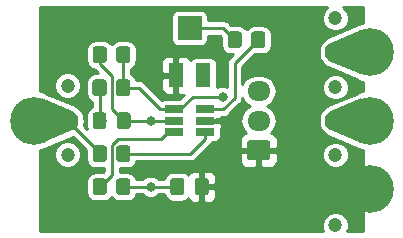
<source format=gbr>
%TF.GenerationSoftware,KiCad,Pcbnew,5.0.2+dfsg1-1*%
%TF.CreationDate,2021-04-27T11:46:40+02:00*%
%TF.ProjectId,eTprox,65547072-6f78-42e6-9b69-6361645f7063,v02*%
%TF.SameCoordinates,Original*%
%TF.FileFunction,Copper,L1,Top*%
%TF.FilePolarity,Positive*%
%FSLAX46Y46*%
G04 Gerber Fmt 4.6, Leading zero omitted, Abs format (unit mm)*
G04 Created by KiCad (PCBNEW 5.0.2+dfsg1-1) date mar. 27 avril 2021 11:46:40 CEST*
%MOMM*%
%LPD*%
G01*
G04 APERTURE LIST*
%TA.AperFunction,Conductor*%
%ADD10C,0.100000*%
%TD*%
%TA.AperFunction,ComponentPad*%
%ADD11C,1.700000*%
%TD*%
%TA.AperFunction,ComponentPad*%
%ADD12O,1.950000X1.700000*%
%TD*%
%TA.AperFunction,ComponentPad*%
%ADD13C,1.200000*%
%TD*%
%TA.AperFunction,ComponentPad*%
%ADD14O,4.050000X4.050000*%
%TD*%
%TA.AperFunction,ComponentPad*%
%ADD15C,1.770000*%
%TD*%
%TA.AperFunction,SMDPad,CuDef*%
%ADD16R,1.300000X2.000000*%
%TD*%
%TA.AperFunction,SMDPad,CuDef*%
%ADD17R,2.000000X2.000000*%
%TD*%
%TA.AperFunction,SMDPad,CuDef*%
%ADD18R,1.560000X0.650000*%
%TD*%
%TA.AperFunction,SMDPad,CuDef*%
%ADD19C,1.150000*%
%TD*%
%TA.AperFunction,SMDPad,CuDef*%
%ADD20C,1.175000*%
%TD*%
%TA.AperFunction,SMDPad,CuDef*%
%ADD21C,1.200000*%
%TD*%
%TA.AperFunction,ViaPad*%
%ADD22C,0.800000*%
%TD*%
%TA.AperFunction,Conductor*%
%ADD23C,0.250000*%
%TD*%
%TA.AperFunction,Conductor*%
%ADD24C,0.254000*%
%TD*%
G04 APERTURE END LIST*
D10*
%TO.N,GND*%
%TO.C,J2*%
G36*
X80591504Y-69651204D02*
X80615773Y-69654804D01*
X80639571Y-69660765D01*
X80662671Y-69669030D01*
X80684849Y-69679520D01*
X80705893Y-69692133D01*
X80725598Y-69706747D01*
X80743777Y-69723223D01*
X80760253Y-69741402D01*
X80774867Y-69761107D01*
X80787480Y-69782151D01*
X80797970Y-69804329D01*
X80806235Y-69827429D01*
X80812196Y-69851227D01*
X80815796Y-69875496D01*
X80817000Y-69900000D01*
X80817000Y-71100000D01*
X80815796Y-71124504D01*
X80812196Y-71148773D01*
X80806235Y-71172571D01*
X80797970Y-71195671D01*
X80787480Y-71217849D01*
X80774867Y-71238893D01*
X80760253Y-71258598D01*
X80743777Y-71276777D01*
X80725598Y-71293253D01*
X80705893Y-71307867D01*
X80684849Y-71320480D01*
X80662671Y-71330970D01*
X80639571Y-71339235D01*
X80615773Y-71345196D01*
X80591504Y-71348796D01*
X80567000Y-71350000D01*
X79117000Y-71350000D01*
X79092496Y-71348796D01*
X79068227Y-71345196D01*
X79044429Y-71339235D01*
X79021329Y-71330970D01*
X78999151Y-71320480D01*
X78978107Y-71307867D01*
X78958402Y-71293253D01*
X78940223Y-71276777D01*
X78923747Y-71258598D01*
X78909133Y-71238893D01*
X78896520Y-71217849D01*
X78886030Y-71195671D01*
X78877765Y-71172571D01*
X78871804Y-71148773D01*
X78868204Y-71124504D01*
X78867000Y-71100000D01*
X78867000Y-69900000D01*
X78868204Y-69875496D01*
X78871804Y-69851227D01*
X78877765Y-69827429D01*
X78886030Y-69804329D01*
X78896520Y-69782151D01*
X78909133Y-69761107D01*
X78923747Y-69741402D01*
X78940223Y-69723223D01*
X78958402Y-69706747D01*
X78978107Y-69692133D01*
X78999151Y-69679520D01*
X79021329Y-69669030D01*
X79044429Y-69660765D01*
X79068227Y-69654804D01*
X79092496Y-69651204D01*
X79117000Y-69650000D01*
X80567000Y-69650000D01*
X80591504Y-69651204D01*
X80591504Y-69651204D01*
G37*
D11*
%TD*%
%TO.P,J2,1*%
%TO.N,GND*%
X79842000Y-70500000D03*
D12*
%TO.P,J2,2*%
%TO.N,SIG*%
X79842000Y-68000000D03*
%TO.P,J2,3*%
%TO.N,VCC*%
X79842000Y-65500000D03*
%TD*%
D13*
%TO.P,Antenna,5*%
%TO.N,N/C*%
X63692000Y-70878000D03*
X63692000Y-65036000D03*
D14*
%TO.P,Antenna,1*%
%TO.N,Net-(Antenna1-Pad1)*%
X60792000Y-68000000D03*
D15*
X63692000Y-68000000D03*
D10*
%TD*%
%TO.N,Net-(Antenna1-Pad1)*%
%TO.C,Antenna*%
G36*
X61443441Y-66172868D02*
X61447709Y-66158799D01*
X61454640Y-66145832D01*
X61463967Y-66134467D01*
X61475332Y-66125140D01*
X61488299Y-66118209D01*
X61502368Y-66113941D01*
X61517000Y-66112500D01*
X61531632Y-66113941D01*
X61546544Y-66118564D01*
X64053571Y-67193004D01*
X64070386Y-67199969D01*
X64072666Y-67201188D01*
X64084044Y-67206064D01*
X64096925Y-67213152D01*
X64100191Y-67215900D01*
X64146981Y-67240910D01*
X64219194Y-67289161D01*
X64286330Y-67344258D01*
X64347742Y-67405670D01*
X64402839Y-67472806D01*
X64451090Y-67545019D01*
X64492031Y-67621614D01*
X64525266Y-67701852D01*
X64550478Y-67784963D01*
X64567421Y-67870144D01*
X64575934Y-67956575D01*
X64575934Y-68043425D01*
X64567421Y-68129856D01*
X64550478Y-68215037D01*
X64525266Y-68298148D01*
X64492031Y-68378386D01*
X64451090Y-68454981D01*
X64402839Y-68527194D01*
X64347742Y-68594330D01*
X64286330Y-68655742D01*
X64219194Y-68710839D01*
X64146981Y-68759090D01*
X64100045Y-68784178D01*
X64096168Y-68787360D01*
X64084044Y-68793936D01*
X64072666Y-68798812D01*
X64070386Y-68800031D01*
X64053571Y-68806996D01*
X61546544Y-69881436D01*
X61532528Y-69885875D01*
X61517914Y-69887494D01*
X61503266Y-69886232D01*
X61489146Y-69882136D01*
X61476096Y-69875364D01*
X61464618Y-69866176D01*
X61455152Y-69854925D01*
X61448064Y-69842044D01*
X61443625Y-69828028D01*
X61442000Y-69812500D01*
X61442000Y-66187500D01*
X61443441Y-66172868D01*
X61443441Y-66172868D01*
G37*
D16*
%TO.P,RV1,1*%
%TO.N,VCC*%
X75150000Y-64158000D03*
D17*
%TO.P,RV1,2*%
%TO.N,Net-(R4-Pad1)*%
X74000000Y-60158000D03*
D16*
%TO.P,RV1,3*%
%TO.N,GND*%
X72850000Y-64158000D03*
%TD*%
D15*
%TO.P,J1,3*%
%TO.N,GND*%
X86340000Y-73800000D03*
D10*
%TD*%
%TO.N,GND*%
%TO.C,J1*%
G36*
X88588559Y-75627132D02*
X88584291Y-75641201D01*
X88577360Y-75654168D01*
X88568033Y-75665533D01*
X88556668Y-75674860D01*
X88543701Y-75681791D01*
X88529632Y-75686059D01*
X88515000Y-75687500D01*
X88500368Y-75686059D01*
X88485456Y-75681436D01*
X85978429Y-74606996D01*
X85961614Y-74600031D01*
X85959334Y-74598812D01*
X85947956Y-74593936D01*
X85935075Y-74586848D01*
X85931809Y-74584100D01*
X85885019Y-74559090D01*
X85812806Y-74510839D01*
X85745670Y-74455742D01*
X85684258Y-74394330D01*
X85629161Y-74327194D01*
X85580910Y-74254981D01*
X85539969Y-74178386D01*
X85506734Y-74098148D01*
X85481522Y-74015037D01*
X85464579Y-73929856D01*
X85456066Y-73843425D01*
X85456066Y-73756575D01*
X85464579Y-73670144D01*
X85481522Y-73584963D01*
X85506734Y-73501852D01*
X85539969Y-73421614D01*
X85580910Y-73345019D01*
X85629161Y-73272806D01*
X85684258Y-73205670D01*
X85745670Y-73144258D01*
X85812806Y-73089161D01*
X85885019Y-73040910D01*
X85931955Y-73015822D01*
X85935832Y-73012640D01*
X85947956Y-73006064D01*
X85959334Y-73001188D01*
X85961614Y-72999969D01*
X85978429Y-72993004D01*
X88485456Y-71918564D01*
X88499472Y-71914125D01*
X88514086Y-71912506D01*
X88528734Y-71913768D01*
X88542854Y-71917864D01*
X88555904Y-71924636D01*
X88567382Y-71933824D01*
X88576848Y-71945075D01*
X88583936Y-71957956D01*
X88588375Y-71971972D01*
X88590000Y-71987500D01*
X88590000Y-75612500D01*
X88588559Y-75627132D01*
X88588559Y-75627132D01*
G37*
D15*
%TO.P,J1,2*%
%TO.N,SIG*%
X86340000Y-68000000D03*
D10*
%TD*%
%TO.N,SIG*%
%TO.C,J1*%
G36*
X88588559Y-69827132D02*
X88584291Y-69841201D01*
X88577360Y-69854168D01*
X88568033Y-69865533D01*
X88556668Y-69874860D01*
X88543701Y-69881791D01*
X88529632Y-69886059D01*
X88515000Y-69887500D01*
X88500368Y-69886059D01*
X88485456Y-69881436D01*
X85978429Y-68806996D01*
X85961614Y-68800031D01*
X85959334Y-68798812D01*
X85947956Y-68793936D01*
X85935075Y-68786848D01*
X85931809Y-68784100D01*
X85885019Y-68759090D01*
X85812806Y-68710839D01*
X85745670Y-68655742D01*
X85684258Y-68594330D01*
X85629161Y-68527194D01*
X85580910Y-68454981D01*
X85539969Y-68378386D01*
X85506734Y-68298148D01*
X85481522Y-68215037D01*
X85464579Y-68129856D01*
X85456066Y-68043425D01*
X85456066Y-67956575D01*
X85464579Y-67870144D01*
X85481522Y-67784963D01*
X85506734Y-67701852D01*
X85539969Y-67621614D01*
X85580910Y-67545019D01*
X85629161Y-67472806D01*
X85684258Y-67405670D01*
X85745670Y-67344258D01*
X85812806Y-67289161D01*
X85885019Y-67240910D01*
X85931955Y-67215822D01*
X85935832Y-67212640D01*
X85947956Y-67206064D01*
X85959334Y-67201188D01*
X85961614Y-67199969D01*
X85978429Y-67193004D01*
X88485456Y-66118564D01*
X88499472Y-66114125D01*
X88514086Y-66112506D01*
X88528734Y-66113768D01*
X88542854Y-66117864D01*
X88555904Y-66124636D01*
X88567382Y-66133824D01*
X88576848Y-66145075D01*
X88583936Y-66157956D01*
X88588375Y-66171972D01*
X88590000Y-66187500D01*
X88590000Y-69812500D01*
X88588559Y-69827132D01*
X88588559Y-69827132D01*
G37*
D15*
%TO.P,J1,1*%
%TO.N,VCC*%
X86340000Y-62200000D03*
D10*
%TD*%
%TO.N,VCC*%
%TO.C,J1*%
G36*
X88588559Y-64027132D02*
X88584291Y-64041201D01*
X88577360Y-64054168D01*
X88568033Y-64065533D01*
X88556668Y-64074860D01*
X88543701Y-64081791D01*
X88529632Y-64086059D01*
X88515000Y-64087500D01*
X88500368Y-64086059D01*
X88485456Y-64081436D01*
X85978429Y-63006996D01*
X85961614Y-63000031D01*
X85959334Y-62998812D01*
X85947956Y-62993936D01*
X85935075Y-62986848D01*
X85931809Y-62984100D01*
X85885019Y-62959090D01*
X85812806Y-62910839D01*
X85745670Y-62855742D01*
X85684258Y-62794330D01*
X85629161Y-62727194D01*
X85580910Y-62654981D01*
X85539969Y-62578386D01*
X85506734Y-62498148D01*
X85481522Y-62415037D01*
X85464579Y-62329856D01*
X85456066Y-62243425D01*
X85456066Y-62156575D01*
X85464579Y-62070144D01*
X85481522Y-61984963D01*
X85506734Y-61901852D01*
X85539969Y-61821614D01*
X85580910Y-61745019D01*
X85629161Y-61672806D01*
X85684258Y-61605670D01*
X85745670Y-61544258D01*
X85812806Y-61489161D01*
X85885019Y-61440910D01*
X85931955Y-61415822D01*
X85935832Y-61412640D01*
X85947956Y-61406064D01*
X85959334Y-61401188D01*
X85961614Y-61399969D01*
X85978429Y-61393004D01*
X88485456Y-60318564D01*
X88499472Y-60314125D01*
X88514086Y-60312506D01*
X88528734Y-60313768D01*
X88542854Y-60317864D01*
X88555904Y-60324636D01*
X88567382Y-60333824D01*
X88576848Y-60345075D01*
X88583936Y-60357956D01*
X88588375Y-60371972D01*
X88590000Y-60387500D01*
X88590000Y-64012500D01*
X88588559Y-64027132D01*
X88588559Y-64027132D01*
G37*
D14*
%TO.P,J1,2*%
%TO.N,SIG*%
X89240000Y-68000000D03*
%TO.P,J1,3*%
%TO.N,GND*%
X89240000Y-73800000D03*
%TO.P,J1,1*%
%TO.N,VCC*%
X89240000Y-62200000D03*
D13*
%TO.P,J1,5*%
%TO.N,N/C*%
X86340000Y-70900000D03*
X86340000Y-65164000D03*
X86340000Y-76848000D03*
X86340000Y-59322000D03*
%TD*%
D18*
%TO.P,U1,1*%
%TO.N,Net-(R3-Pad2)*%
X75350000Y-68950000D03*
%TO.P,U1,2*%
%TO.N,GND*%
X75350000Y-68000000D03*
%TO.P,U1,3*%
%TO.N,Net-(R4-Pad2)*%
X75350000Y-67050000D03*
%TO.P,U1,4*%
%TO.N,SIG*%
X72650000Y-67050000D03*
%TO.P,U1,6*%
%TO.N,Net-(R5-Pad1)*%
X72650000Y-68950000D03*
%TO.P,U1,5*%
%TO.N,VCC*%
X72650000Y-68000000D03*
%TD*%
D10*
%TO.N,VCC*%
%TO.C,D1*%
G36*
X68779505Y-67301204D02*
X68803773Y-67304804D01*
X68827572Y-67310765D01*
X68850671Y-67319030D01*
X68872850Y-67329520D01*
X68893893Y-67342132D01*
X68913599Y-67356747D01*
X68931777Y-67373223D01*
X68948253Y-67391401D01*
X68962868Y-67411107D01*
X68975480Y-67432150D01*
X68985970Y-67454329D01*
X68994235Y-67477428D01*
X69000196Y-67501227D01*
X69003796Y-67525495D01*
X69005000Y-67549999D01*
X69005000Y-68450001D01*
X69003796Y-68474505D01*
X69000196Y-68498773D01*
X68994235Y-68522572D01*
X68985970Y-68545671D01*
X68975480Y-68567850D01*
X68962868Y-68588893D01*
X68948253Y-68608599D01*
X68931777Y-68626777D01*
X68913599Y-68643253D01*
X68893893Y-68657868D01*
X68872850Y-68670480D01*
X68850671Y-68680970D01*
X68827572Y-68689235D01*
X68803773Y-68695196D01*
X68779505Y-68698796D01*
X68755001Y-68700000D01*
X68104999Y-68700000D01*
X68080495Y-68698796D01*
X68056227Y-68695196D01*
X68032428Y-68689235D01*
X68009329Y-68680970D01*
X67987150Y-68670480D01*
X67966107Y-68657868D01*
X67946401Y-68643253D01*
X67928223Y-68626777D01*
X67911747Y-68608599D01*
X67897132Y-68588893D01*
X67884520Y-68567850D01*
X67874030Y-68545671D01*
X67865765Y-68522572D01*
X67859804Y-68498773D01*
X67856204Y-68474505D01*
X67855000Y-68450001D01*
X67855000Y-67549999D01*
X67856204Y-67525495D01*
X67859804Y-67501227D01*
X67865765Y-67477428D01*
X67874030Y-67454329D01*
X67884520Y-67432150D01*
X67897132Y-67411107D01*
X67911747Y-67391401D01*
X67928223Y-67373223D01*
X67946401Y-67356747D01*
X67966107Y-67342132D01*
X67987150Y-67329520D01*
X68009329Y-67319030D01*
X68032428Y-67310765D01*
X68056227Y-67304804D01*
X68080495Y-67301204D01*
X68104999Y-67300000D01*
X68755001Y-67300000D01*
X68779505Y-67301204D01*
X68779505Y-67301204D01*
G37*
D19*
%TD*%
%TO.P,D1,1*%
%TO.N,VCC*%
X68430000Y-68000000D03*
D10*
%TO.N,Net-(D1-Pad2)*%
%TO.C,D1*%
G36*
X66729505Y-67301204D02*
X66753773Y-67304804D01*
X66777572Y-67310765D01*
X66800671Y-67319030D01*
X66822850Y-67329520D01*
X66843893Y-67342132D01*
X66863599Y-67356747D01*
X66881777Y-67373223D01*
X66898253Y-67391401D01*
X66912868Y-67411107D01*
X66925480Y-67432150D01*
X66935970Y-67454329D01*
X66944235Y-67477428D01*
X66950196Y-67501227D01*
X66953796Y-67525495D01*
X66955000Y-67549999D01*
X66955000Y-68450001D01*
X66953796Y-68474505D01*
X66950196Y-68498773D01*
X66944235Y-68522572D01*
X66935970Y-68545671D01*
X66925480Y-68567850D01*
X66912868Y-68588893D01*
X66898253Y-68608599D01*
X66881777Y-68626777D01*
X66863599Y-68643253D01*
X66843893Y-68657868D01*
X66822850Y-68670480D01*
X66800671Y-68680970D01*
X66777572Y-68689235D01*
X66753773Y-68695196D01*
X66729505Y-68698796D01*
X66705001Y-68700000D01*
X66054999Y-68700000D01*
X66030495Y-68698796D01*
X66006227Y-68695196D01*
X65982428Y-68689235D01*
X65959329Y-68680970D01*
X65937150Y-68670480D01*
X65916107Y-68657868D01*
X65896401Y-68643253D01*
X65878223Y-68626777D01*
X65861747Y-68608599D01*
X65847132Y-68588893D01*
X65834520Y-68567850D01*
X65824030Y-68545671D01*
X65815765Y-68522572D01*
X65809804Y-68498773D01*
X65806204Y-68474505D01*
X65805000Y-68450001D01*
X65805000Y-67549999D01*
X65806204Y-67525495D01*
X65809804Y-67501227D01*
X65815765Y-67477428D01*
X65824030Y-67454329D01*
X65834520Y-67432150D01*
X65847132Y-67411107D01*
X65861747Y-67391401D01*
X65878223Y-67373223D01*
X65896401Y-67356747D01*
X65916107Y-67342132D01*
X65937150Y-67329520D01*
X65959329Y-67319030D01*
X65982428Y-67310765D01*
X66006227Y-67304804D01*
X66030495Y-67301204D01*
X66054999Y-67300000D01*
X66705001Y-67300000D01*
X66729505Y-67301204D01*
X66729505Y-67301204D01*
G37*
D19*
%TD*%
%TO.P,D1,2*%
%TO.N,Net-(D1-Pad2)*%
X66380000Y-68000000D03*
D10*
%TO.N,VCC*%
%TO.C,C1*%
G36*
X73324504Y-72864204D02*
X73348773Y-72867804D01*
X73372571Y-72873765D01*
X73395671Y-72882030D01*
X73417849Y-72892520D01*
X73438893Y-72905133D01*
X73458598Y-72919747D01*
X73476777Y-72936223D01*
X73493253Y-72954402D01*
X73507867Y-72974107D01*
X73520480Y-72995151D01*
X73530970Y-73017329D01*
X73539235Y-73040429D01*
X73545196Y-73064227D01*
X73548796Y-73088496D01*
X73550000Y-73113000D01*
X73550000Y-74063000D01*
X73548796Y-74087504D01*
X73545196Y-74111773D01*
X73539235Y-74135571D01*
X73530970Y-74158671D01*
X73520480Y-74180849D01*
X73507867Y-74201893D01*
X73493253Y-74221598D01*
X73476777Y-74239777D01*
X73458598Y-74256253D01*
X73438893Y-74270867D01*
X73417849Y-74283480D01*
X73395671Y-74293970D01*
X73372571Y-74302235D01*
X73348773Y-74308196D01*
X73324504Y-74311796D01*
X73300000Y-74313000D01*
X72625000Y-74313000D01*
X72600496Y-74311796D01*
X72576227Y-74308196D01*
X72552429Y-74302235D01*
X72529329Y-74293970D01*
X72507151Y-74283480D01*
X72486107Y-74270867D01*
X72466402Y-74256253D01*
X72448223Y-74239777D01*
X72431747Y-74221598D01*
X72417133Y-74201893D01*
X72404520Y-74180849D01*
X72394030Y-74158671D01*
X72385765Y-74135571D01*
X72379804Y-74111773D01*
X72376204Y-74087504D01*
X72375000Y-74063000D01*
X72375000Y-73113000D01*
X72376204Y-73088496D01*
X72379804Y-73064227D01*
X72385765Y-73040429D01*
X72394030Y-73017329D01*
X72404520Y-72995151D01*
X72417133Y-72974107D01*
X72431747Y-72954402D01*
X72448223Y-72936223D01*
X72466402Y-72919747D01*
X72486107Y-72905133D01*
X72507151Y-72892520D01*
X72529329Y-72882030D01*
X72552429Y-72873765D01*
X72576227Y-72867804D01*
X72600496Y-72864204D01*
X72625000Y-72863000D01*
X73300000Y-72863000D01*
X73324504Y-72864204D01*
X73324504Y-72864204D01*
G37*
D20*
%TD*%
%TO.P,C1,1*%
%TO.N,VCC*%
X72962500Y-73588000D03*
D10*
%TO.N,GND*%
%TO.C,C1*%
G36*
X75399504Y-72864204D02*
X75423773Y-72867804D01*
X75447571Y-72873765D01*
X75470671Y-72882030D01*
X75492849Y-72892520D01*
X75513893Y-72905133D01*
X75533598Y-72919747D01*
X75551777Y-72936223D01*
X75568253Y-72954402D01*
X75582867Y-72974107D01*
X75595480Y-72995151D01*
X75605970Y-73017329D01*
X75614235Y-73040429D01*
X75620196Y-73064227D01*
X75623796Y-73088496D01*
X75625000Y-73113000D01*
X75625000Y-74063000D01*
X75623796Y-74087504D01*
X75620196Y-74111773D01*
X75614235Y-74135571D01*
X75605970Y-74158671D01*
X75595480Y-74180849D01*
X75582867Y-74201893D01*
X75568253Y-74221598D01*
X75551777Y-74239777D01*
X75533598Y-74256253D01*
X75513893Y-74270867D01*
X75492849Y-74283480D01*
X75470671Y-74293970D01*
X75447571Y-74302235D01*
X75423773Y-74308196D01*
X75399504Y-74311796D01*
X75375000Y-74313000D01*
X74700000Y-74313000D01*
X74675496Y-74311796D01*
X74651227Y-74308196D01*
X74627429Y-74302235D01*
X74604329Y-74293970D01*
X74582151Y-74283480D01*
X74561107Y-74270867D01*
X74541402Y-74256253D01*
X74523223Y-74239777D01*
X74506747Y-74221598D01*
X74492133Y-74201893D01*
X74479520Y-74180849D01*
X74469030Y-74158671D01*
X74460765Y-74135571D01*
X74454804Y-74111773D01*
X74451204Y-74087504D01*
X74450000Y-74063000D01*
X74450000Y-73113000D01*
X74451204Y-73088496D01*
X74454804Y-73064227D01*
X74460765Y-73040429D01*
X74469030Y-73017329D01*
X74479520Y-72995151D01*
X74492133Y-72974107D01*
X74506747Y-72954402D01*
X74523223Y-72936223D01*
X74541402Y-72919747D01*
X74561107Y-72905133D01*
X74582151Y-72892520D01*
X74604329Y-72882030D01*
X74627429Y-72873765D01*
X74651227Y-72867804D01*
X74675496Y-72864204D01*
X74700000Y-72863000D01*
X75375000Y-72863000D01*
X75399504Y-72864204D01*
X75399504Y-72864204D01*
G37*
D20*
%TD*%
%TO.P,C1,2*%
%TO.N,GND*%
X75037500Y-73588000D03*
D10*
%TO.N,VCC*%
%TO.C,R7*%
G36*
X66770505Y-61713204D02*
X66794773Y-61716804D01*
X66818572Y-61722765D01*
X66841671Y-61731030D01*
X66863850Y-61741520D01*
X66884893Y-61754132D01*
X66904599Y-61768747D01*
X66922777Y-61785223D01*
X66939253Y-61803401D01*
X66953868Y-61823107D01*
X66966480Y-61844150D01*
X66976970Y-61866329D01*
X66985235Y-61889428D01*
X66991196Y-61913227D01*
X66994796Y-61937495D01*
X66996000Y-61961999D01*
X66996000Y-62862001D01*
X66994796Y-62886505D01*
X66991196Y-62910773D01*
X66985235Y-62934572D01*
X66976970Y-62957671D01*
X66966480Y-62979850D01*
X66953868Y-63000893D01*
X66939253Y-63020599D01*
X66922777Y-63038777D01*
X66904599Y-63055253D01*
X66884893Y-63069868D01*
X66863850Y-63082480D01*
X66841671Y-63092970D01*
X66818572Y-63101235D01*
X66794773Y-63107196D01*
X66770505Y-63110796D01*
X66746001Y-63112000D01*
X66045999Y-63112000D01*
X66021495Y-63110796D01*
X65997227Y-63107196D01*
X65973428Y-63101235D01*
X65950329Y-63092970D01*
X65928150Y-63082480D01*
X65907107Y-63069868D01*
X65887401Y-63055253D01*
X65869223Y-63038777D01*
X65852747Y-63020599D01*
X65838132Y-63000893D01*
X65825520Y-62979850D01*
X65815030Y-62957671D01*
X65806765Y-62934572D01*
X65800804Y-62910773D01*
X65797204Y-62886505D01*
X65796000Y-62862001D01*
X65796000Y-61961999D01*
X65797204Y-61937495D01*
X65800804Y-61913227D01*
X65806765Y-61889428D01*
X65815030Y-61866329D01*
X65825520Y-61844150D01*
X65838132Y-61823107D01*
X65852747Y-61803401D01*
X65869223Y-61785223D01*
X65887401Y-61768747D01*
X65907107Y-61754132D01*
X65928150Y-61741520D01*
X65950329Y-61731030D01*
X65973428Y-61722765D01*
X65997227Y-61716804D01*
X66021495Y-61713204D01*
X66045999Y-61712000D01*
X66746001Y-61712000D01*
X66770505Y-61713204D01*
X66770505Y-61713204D01*
G37*
D21*
%TD*%
%TO.P,R7,1*%
%TO.N,VCC*%
X66396000Y-62412000D03*
D10*
%TO.N,SIG*%
%TO.C,R7*%
G36*
X68770505Y-61713204D02*
X68794773Y-61716804D01*
X68818572Y-61722765D01*
X68841671Y-61731030D01*
X68863850Y-61741520D01*
X68884893Y-61754132D01*
X68904599Y-61768747D01*
X68922777Y-61785223D01*
X68939253Y-61803401D01*
X68953868Y-61823107D01*
X68966480Y-61844150D01*
X68976970Y-61866329D01*
X68985235Y-61889428D01*
X68991196Y-61913227D01*
X68994796Y-61937495D01*
X68996000Y-61961999D01*
X68996000Y-62862001D01*
X68994796Y-62886505D01*
X68991196Y-62910773D01*
X68985235Y-62934572D01*
X68976970Y-62957671D01*
X68966480Y-62979850D01*
X68953868Y-63000893D01*
X68939253Y-63020599D01*
X68922777Y-63038777D01*
X68904599Y-63055253D01*
X68884893Y-63069868D01*
X68863850Y-63082480D01*
X68841671Y-63092970D01*
X68818572Y-63101235D01*
X68794773Y-63107196D01*
X68770505Y-63110796D01*
X68746001Y-63112000D01*
X68045999Y-63112000D01*
X68021495Y-63110796D01*
X67997227Y-63107196D01*
X67973428Y-63101235D01*
X67950329Y-63092970D01*
X67928150Y-63082480D01*
X67907107Y-63069868D01*
X67887401Y-63055253D01*
X67869223Y-63038777D01*
X67852747Y-63020599D01*
X67838132Y-63000893D01*
X67825520Y-62979850D01*
X67815030Y-62957671D01*
X67806765Y-62934572D01*
X67800804Y-62910773D01*
X67797204Y-62886505D01*
X67796000Y-62862001D01*
X67796000Y-61961999D01*
X67797204Y-61937495D01*
X67800804Y-61913227D01*
X67806765Y-61889428D01*
X67815030Y-61866329D01*
X67825520Y-61844150D01*
X67838132Y-61823107D01*
X67852747Y-61803401D01*
X67869223Y-61785223D01*
X67887401Y-61768747D01*
X67907107Y-61754132D01*
X67928150Y-61741520D01*
X67950329Y-61731030D01*
X67973428Y-61722765D01*
X67997227Y-61716804D01*
X68021495Y-61713204D01*
X68045999Y-61712000D01*
X68746001Y-61712000D01*
X68770505Y-61713204D01*
X68770505Y-61713204D01*
G37*
D21*
%TD*%
%TO.P,R7,2*%
%TO.N,SIG*%
X68396000Y-62412000D03*
D10*
%TO.N,SIG*%
%TO.C,R6*%
G36*
X68754505Y-64507204D02*
X68778773Y-64510804D01*
X68802572Y-64516765D01*
X68825671Y-64525030D01*
X68847850Y-64535520D01*
X68868893Y-64548132D01*
X68888599Y-64562747D01*
X68906777Y-64579223D01*
X68923253Y-64597401D01*
X68937868Y-64617107D01*
X68950480Y-64638150D01*
X68960970Y-64660329D01*
X68969235Y-64683428D01*
X68975196Y-64707227D01*
X68978796Y-64731495D01*
X68980000Y-64755999D01*
X68980000Y-65656001D01*
X68978796Y-65680505D01*
X68975196Y-65704773D01*
X68969235Y-65728572D01*
X68960970Y-65751671D01*
X68950480Y-65773850D01*
X68937868Y-65794893D01*
X68923253Y-65814599D01*
X68906777Y-65832777D01*
X68888599Y-65849253D01*
X68868893Y-65863868D01*
X68847850Y-65876480D01*
X68825671Y-65886970D01*
X68802572Y-65895235D01*
X68778773Y-65901196D01*
X68754505Y-65904796D01*
X68730001Y-65906000D01*
X68029999Y-65906000D01*
X68005495Y-65904796D01*
X67981227Y-65901196D01*
X67957428Y-65895235D01*
X67934329Y-65886970D01*
X67912150Y-65876480D01*
X67891107Y-65863868D01*
X67871401Y-65849253D01*
X67853223Y-65832777D01*
X67836747Y-65814599D01*
X67822132Y-65794893D01*
X67809520Y-65773850D01*
X67799030Y-65751671D01*
X67790765Y-65728572D01*
X67784804Y-65704773D01*
X67781204Y-65680505D01*
X67780000Y-65656001D01*
X67780000Y-64755999D01*
X67781204Y-64731495D01*
X67784804Y-64707227D01*
X67790765Y-64683428D01*
X67799030Y-64660329D01*
X67809520Y-64638150D01*
X67822132Y-64617107D01*
X67836747Y-64597401D01*
X67853223Y-64579223D01*
X67871401Y-64562747D01*
X67891107Y-64548132D01*
X67912150Y-64535520D01*
X67934329Y-64525030D01*
X67957428Y-64516765D01*
X67981227Y-64510804D01*
X68005495Y-64507204D01*
X68029999Y-64506000D01*
X68730001Y-64506000D01*
X68754505Y-64507204D01*
X68754505Y-64507204D01*
G37*
D21*
%TD*%
%TO.P,R6,2*%
%TO.N,SIG*%
X68380000Y-65206000D03*
D10*
%TO.N,Net-(D1-Pad2)*%
%TO.C,R6*%
G36*
X66754505Y-64507204D02*
X66778773Y-64510804D01*
X66802572Y-64516765D01*
X66825671Y-64525030D01*
X66847850Y-64535520D01*
X66868893Y-64548132D01*
X66888599Y-64562747D01*
X66906777Y-64579223D01*
X66923253Y-64597401D01*
X66937868Y-64617107D01*
X66950480Y-64638150D01*
X66960970Y-64660329D01*
X66969235Y-64683428D01*
X66975196Y-64707227D01*
X66978796Y-64731495D01*
X66980000Y-64755999D01*
X66980000Y-65656001D01*
X66978796Y-65680505D01*
X66975196Y-65704773D01*
X66969235Y-65728572D01*
X66960970Y-65751671D01*
X66950480Y-65773850D01*
X66937868Y-65794893D01*
X66923253Y-65814599D01*
X66906777Y-65832777D01*
X66888599Y-65849253D01*
X66868893Y-65863868D01*
X66847850Y-65876480D01*
X66825671Y-65886970D01*
X66802572Y-65895235D01*
X66778773Y-65901196D01*
X66754505Y-65904796D01*
X66730001Y-65906000D01*
X66029999Y-65906000D01*
X66005495Y-65904796D01*
X65981227Y-65901196D01*
X65957428Y-65895235D01*
X65934329Y-65886970D01*
X65912150Y-65876480D01*
X65891107Y-65863868D01*
X65871401Y-65849253D01*
X65853223Y-65832777D01*
X65836747Y-65814599D01*
X65822132Y-65794893D01*
X65809520Y-65773850D01*
X65799030Y-65751671D01*
X65790765Y-65728572D01*
X65784804Y-65704773D01*
X65781204Y-65680505D01*
X65780000Y-65656001D01*
X65780000Y-64755999D01*
X65781204Y-64731495D01*
X65784804Y-64707227D01*
X65790765Y-64683428D01*
X65799030Y-64660329D01*
X65809520Y-64638150D01*
X65822132Y-64617107D01*
X65836747Y-64597401D01*
X65853223Y-64579223D01*
X65871401Y-64562747D01*
X65891107Y-64548132D01*
X65912150Y-64535520D01*
X65934329Y-64525030D01*
X65957428Y-64516765D01*
X65981227Y-64510804D01*
X66005495Y-64507204D01*
X66029999Y-64506000D01*
X66730001Y-64506000D01*
X66754505Y-64507204D01*
X66754505Y-64507204D01*
G37*
D21*
%TD*%
%TO.P,R6,1*%
%TO.N,Net-(D1-Pad2)*%
X66380000Y-65206000D03*
D10*
%TO.N,Net-(R5-Pad1)*%
%TO.C,R5*%
G36*
X66770505Y-72889204D02*
X66794773Y-72892804D01*
X66818572Y-72898765D01*
X66841671Y-72907030D01*
X66863850Y-72917520D01*
X66884893Y-72930132D01*
X66904599Y-72944747D01*
X66922777Y-72961223D01*
X66939253Y-72979401D01*
X66953868Y-72999107D01*
X66966480Y-73020150D01*
X66976970Y-73042329D01*
X66985235Y-73065428D01*
X66991196Y-73089227D01*
X66994796Y-73113495D01*
X66996000Y-73137999D01*
X66996000Y-74038001D01*
X66994796Y-74062505D01*
X66991196Y-74086773D01*
X66985235Y-74110572D01*
X66976970Y-74133671D01*
X66966480Y-74155850D01*
X66953868Y-74176893D01*
X66939253Y-74196599D01*
X66922777Y-74214777D01*
X66904599Y-74231253D01*
X66884893Y-74245868D01*
X66863850Y-74258480D01*
X66841671Y-74268970D01*
X66818572Y-74277235D01*
X66794773Y-74283196D01*
X66770505Y-74286796D01*
X66746001Y-74288000D01*
X66045999Y-74288000D01*
X66021495Y-74286796D01*
X65997227Y-74283196D01*
X65973428Y-74277235D01*
X65950329Y-74268970D01*
X65928150Y-74258480D01*
X65907107Y-74245868D01*
X65887401Y-74231253D01*
X65869223Y-74214777D01*
X65852747Y-74196599D01*
X65838132Y-74176893D01*
X65825520Y-74155850D01*
X65815030Y-74133671D01*
X65806765Y-74110572D01*
X65800804Y-74086773D01*
X65797204Y-74062505D01*
X65796000Y-74038001D01*
X65796000Y-73137999D01*
X65797204Y-73113495D01*
X65800804Y-73089227D01*
X65806765Y-73065428D01*
X65815030Y-73042329D01*
X65825520Y-73020150D01*
X65838132Y-72999107D01*
X65852747Y-72979401D01*
X65869223Y-72961223D01*
X65887401Y-72944747D01*
X65907107Y-72930132D01*
X65928150Y-72917520D01*
X65950329Y-72907030D01*
X65973428Y-72898765D01*
X65997227Y-72892804D01*
X66021495Y-72889204D01*
X66045999Y-72888000D01*
X66746001Y-72888000D01*
X66770505Y-72889204D01*
X66770505Y-72889204D01*
G37*
D21*
%TD*%
%TO.P,R5,1*%
%TO.N,Net-(R5-Pad1)*%
X66396000Y-73588000D03*
D10*
%TO.N,VCC*%
%TO.C,R5*%
G36*
X68770505Y-72889204D02*
X68794773Y-72892804D01*
X68818572Y-72898765D01*
X68841671Y-72907030D01*
X68863850Y-72917520D01*
X68884893Y-72930132D01*
X68904599Y-72944747D01*
X68922777Y-72961223D01*
X68939253Y-72979401D01*
X68953868Y-72999107D01*
X68966480Y-73020150D01*
X68976970Y-73042329D01*
X68985235Y-73065428D01*
X68991196Y-73089227D01*
X68994796Y-73113495D01*
X68996000Y-73137999D01*
X68996000Y-74038001D01*
X68994796Y-74062505D01*
X68991196Y-74086773D01*
X68985235Y-74110572D01*
X68976970Y-74133671D01*
X68966480Y-74155850D01*
X68953868Y-74176893D01*
X68939253Y-74196599D01*
X68922777Y-74214777D01*
X68904599Y-74231253D01*
X68884893Y-74245868D01*
X68863850Y-74258480D01*
X68841671Y-74268970D01*
X68818572Y-74277235D01*
X68794773Y-74283196D01*
X68770505Y-74286796D01*
X68746001Y-74288000D01*
X68045999Y-74288000D01*
X68021495Y-74286796D01*
X67997227Y-74283196D01*
X67973428Y-74277235D01*
X67950329Y-74268970D01*
X67928150Y-74258480D01*
X67907107Y-74245868D01*
X67887401Y-74231253D01*
X67869223Y-74214777D01*
X67852747Y-74196599D01*
X67838132Y-74176893D01*
X67825520Y-74155850D01*
X67815030Y-74133671D01*
X67806765Y-74110572D01*
X67800804Y-74086773D01*
X67797204Y-74062505D01*
X67796000Y-74038001D01*
X67796000Y-73137999D01*
X67797204Y-73113495D01*
X67800804Y-73089227D01*
X67806765Y-73065428D01*
X67815030Y-73042329D01*
X67825520Y-73020150D01*
X67838132Y-72999107D01*
X67852747Y-72979401D01*
X67869223Y-72961223D01*
X67887401Y-72944747D01*
X67907107Y-72930132D01*
X67928150Y-72917520D01*
X67950329Y-72907030D01*
X67973428Y-72898765D01*
X67997227Y-72892804D01*
X68021495Y-72889204D01*
X68045999Y-72888000D01*
X68746001Y-72888000D01*
X68770505Y-72889204D01*
X68770505Y-72889204D01*
G37*
D21*
%TD*%
%TO.P,R5,2*%
%TO.N,VCC*%
X68396000Y-73588000D03*
D10*
%TO.N,Net-(R4-Pad2)*%
%TO.C,R4*%
G36*
X80200505Y-60443204D02*
X80224773Y-60446804D01*
X80248572Y-60452765D01*
X80271671Y-60461030D01*
X80293850Y-60471520D01*
X80314893Y-60484132D01*
X80334599Y-60498747D01*
X80352777Y-60515223D01*
X80369253Y-60533401D01*
X80383868Y-60553107D01*
X80396480Y-60574150D01*
X80406970Y-60596329D01*
X80415235Y-60619428D01*
X80421196Y-60643227D01*
X80424796Y-60667495D01*
X80426000Y-60691999D01*
X80426000Y-61592001D01*
X80424796Y-61616505D01*
X80421196Y-61640773D01*
X80415235Y-61664572D01*
X80406970Y-61687671D01*
X80396480Y-61709850D01*
X80383868Y-61730893D01*
X80369253Y-61750599D01*
X80352777Y-61768777D01*
X80334599Y-61785253D01*
X80314893Y-61799868D01*
X80293850Y-61812480D01*
X80271671Y-61822970D01*
X80248572Y-61831235D01*
X80224773Y-61837196D01*
X80200505Y-61840796D01*
X80176001Y-61842000D01*
X79475999Y-61842000D01*
X79451495Y-61840796D01*
X79427227Y-61837196D01*
X79403428Y-61831235D01*
X79380329Y-61822970D01*
X79358150Y-61812480D01*
X79337107Y-61799868D01*
X79317401Y-61785253D01*
X79299223Y-61768777D01*
X79282747Y-61750599D01*
X79268132Y-61730893D01*
X79255520Y-61709850D01*
X79245030Y-61687671D01*
X79236765Y-61664572D01*
X79230804Y-61640773D01*
X79227204Y-61616505D01*
X79226000Y-61592001D01*
X79226000Y-60691999D01*
X79227204Y-60667495D01*
X79230804Y-60643227D01*
X79236765Y-60619428D01*
X79245030Y-60596329D01*
X79255520Y-60574150D01*
X79268132Y-60553107D01*
X79282747Y-60533401D01*
X79299223Y-60515223D01*
X79317401Y-60498747D01*
X79337107Y-60484132D01*
X79358150Y-60471520D01*
X79380329Y-60461030D01*
X79403428Y-60452765D01*
X79427227Y-60446804D01*
X79451495Y-60443204D01*
X79475999Y-60442000D01*
X80176001Y-60442000D01*
X80200505Y-60443204D01*
X80200505Y-60443204D01*
G37*
D21*
%TD*%
%TO.P,R4,2*%
%TO.N,Net-(R4-Pad2)*%
X79826000Y-61142000D03*
D10*
%TO.N,Net-(R4-Pad1)*%
%TO.C,R4*%
G36*
X78200505Y-60443204D02*
X78224773Y-60446804D01*
X78248572Y-60452765D01*
X78271671Y-60461030D01*
X78293850Y-60471520D01*
X78314893Y-60484132D01*
X78334599Y-60498747D01*
X78352777Y-60515223D01*
X78369253Y-60533401D01*
X78383868Y-60553107D01*
X78396480Y-60574150D01*
X78406970Y-60596329D01*
X78415235Y-60619428D01*
X78421196Y-60643227D01*
X78424796Y-60667495D01*
X78426000Y-60691999D01*
X78426000Y-61592001D01*
X78424796Y-61616505D01*
X78421196Y-61640773D01*
X78415235Y-61664572D01*
X78406970Y-61687671D01*
X78396480Y-61709850D01*
X78383868Y-61730893D01*
X78369253Y-61750599D01*
X78352777Y-61768777D01*
X78334599Y-61785253D01*
X78314893Y-61799868D01*
X78293850Y-61812480D01*
X78271671Y-61822970D01*
X78248572Y-61831235D01*
X78224773Y-61837196D01*
X78200505Y-61840796D01*
X78176001Y-61842000D01*
X77475999Y-61842000D01*
X77451495Y-61840796D01*
X77427227Y-61837196D01*
X77403428Y-61831235D01*
X77380329Y-61822970D01*
X77358150Y-61812480D01*
X77337107Y-61799868D01*
X77317401Y-61785253D01*
X77299223Y-61768777D01*
X77282747Y-61750599D01*
X77268132Y-61730893D01*
X77255520Y-61709850D01*
X77245030Y-61687671D01*
X77236765Y-61664572D01*
X77230804Y-61640773D01*
X77227204Y-61616505D01*
X77226000Y-61592001D01*
X77226000Y-60691999D01*
X77227204Y-60667495D01*
X77230804Y-60643227D01*
X77236765Y-60619428D01*
X77245030Y-60596329D01*
X77255520Y-60574150D01*
X77268132Y-60553107D01*
X77282747Y-60533401D01*
X77299223Y-60515223D01*
X77317401Y-60498747D01*
X77337107Y-60484132D01*
X77358150Y-60471520D01*
X77380329Y-60461030D01*
X77403428Y-60452765D01*
X77427227Y-60446804D01*
X77451495Y-60443204D01*
X77475999Y-60442000D01*
X78176001Y-60442000D01*
X78200505Y-60443204D01*
X78200505Y-60443204D01*
G37*
D21*
%TD*%
%TO.P,R4,1*%
%TO.N,Net-(R4-Pad1)*%
X77826000Y-61142000D03*
D10*
%TO.N,Net-(Antenna1-Pad1)*%
%TO.C,R3*%
G36*
X66770505Y-70095204D02*
X66794773Y-70098804D01*
X66818572Y-70104765D01*
X66841671Y-70113030D01*
X66863850Y-70123520D01*
X66884893Y-70136132D01*
X66904599Y-70150747D01*
X66922777Y-70167223D01*
X66939253Y-70185401D01*
X66953868Y-70205107D01*
X66966480Y-70226150D01*
X66976970Y-70248329D01*
X66985235Y-70271428D01*
X66991196Y-70295227D01*
X66994796Y-70319495D01*
X66996000Y-70343999D01*
X66996000Y-71244001D01*
X66994796Y-71268505D01*
X66991196Y-71292773D01*
X66985235Y-71316572D01*
X66976970Y-71339671D01*
X66966480Y-71361850D01*
X66953868Y-71382893D01*
X66939253Y-71402599D01*
X66922777Y-71420777D01*
X66904599Y-71437253D01*
X66884893Y-71451868D01*
X66863850Y-71464480D01*
X66841671Y-71474970D01*
X66818572Y-71483235D01*
X66794773Y-71489196D01*
X66770505Y-71492796D01*
X66746001Y-71494000D01*
X66045999Y-71494000D01*
X66021495Y-71492796D01*
X65997227Y-71489196D01*
X65973428Y-71483235D01*
X65950329Y-71474970D01*
X65928150Y-71464480D01*
X65907107Y-71451868D01*
X65887401Y-71437253D01*
X65869223Y-71420777D01*
X65852747Y-71402599D01*
X65838132Y-71382893D01*
X65825520Y-71361850D01*
X65815030Y-71339671D01*
X65806765Y-71316572D01*
X65800804Y-71292773D01*
X65797204Y-71268505D01*
X65796000Y-71244001D01*
X65796000Y-70343999D01*
X65797204Y-70319495D01*
X65800804Y-70295227D01*
X65806765Y-70271428D01*
X65815030Y-70248329D01*
X65825520Y-70226150D01*
X65838132Y-70205107D01*
X65852747Y-70185401D01*
X65869223Y-70167223D01*
X65887401Y-70150747D01*
X65907107Y-70136132D01*
X65928150Y-70123520D01*
X65950329Y-70113030D01*
X65973428Y-70104765D01*
X65997227Y-70098804D01*
X66021495Y-70095204D01*
X66045999Y-70094000D01*
X66746001Y-70094000D01*
X66770505Y-70095204D01*
X66770505Y-70095204D01*
G37*
D21*
%TD*%
%TO.P,R3,1*%
%TO.N,Net-(Antenna1-Pad1)*%
X66396000Y-70794000D03*
D10*
%TO.N,Net-(R3-Pad2)*%
%TO.C,R3*%
G36*
X68770505Y-70095204D02*
X68794773Y-70098804D01*
X68818572Y-70104765D01*
X68841671Y-70113030D01*
X68863850Y-70123520D01*
X68884893Y-70136132D01*
X68904599Y-70150747D01*
X68922777Y-70167223D01*
X68939253Y-70185401D01*
X68953868Y-70205107D01*
X68966480Y-70226150D01*
X68976970Y-70248329D01*
X68985235Y-70271428D01*
X68991196Y-70295227D01*
X68994796Y-70319495D01*
X68996000Y-70343999D01*
X68996000Y-71244001D01*
X68994796Y-71268505D01*
X68991196Y-71292773D01*
X68985235Y-71316572D01*
X68976970Y-71339671D01*
X68966480Y-71361850D01*
X68953868Y-71382893D01*
X68939253Y-71402599D01*
X68922777Y-71420777D01*
X68904599Y-71437253D01*
X68884893Y-71451868D01*
X68863850Y-71464480D01*
X68841671Y-71474970D01*
X68818572Y-71483235D01*
X68794773Y-71489196D01*
X68770505Y-71492796D01*
X68746001Y-71494000D01*
X68045999Y-71494000D01*
X68021495Y-71492796D01*
X67997227Y-71489196D01*
X67973428Y-71483235D01*
X67950329Y-71474970D01*
X67928150Y-71464480D01*
X67907107Y-71451868D01*
X67887401Y-71437253D01*
X67869223Y-71420777D01*
X67852747Y-71402599D01*
X67838132Y-71382893D01*
X67825520Y-71361850D01*
X67815030Y-71339671D01*
X67806765Y-71316572D01*
X67800804Y-71292773D01*
X67797204Y-71268505D01*
X67796000Y-71244001D01*
X67796000Y-70343999D01*
X67797204Y-70319495D01*
X67800804Y-70295227D01*
X67806765Y-70271428D01*
X67815030Y-70248329D01*
X67825520Y-70226150D01*
X67838132Y-70205107D01*
X67852747Y-70185401D01*
X67869223Y-70167223D01*
X67887401Y-70150747D01*
X67907107Y-70136132D01*
X67928150Y-70123520D01*
X67950329Y-70113030D01*
X67973428Y-70104765D01*
X67997227Y-70098804D01*
X68021495Y-70095204D01*
X68045999Y-70094000D01*
X68746001Y-70094000D01*
X68770505Y-70095204D01*
X68770505Y-70095204D01*
G37*
D21*
%TD*%
%TO.P,R3,2*%
%TO.N,Net-(R3-Pad2)*%
X68396000Y-70794000D03*
D22*
%TO.N,GND*%
X82128000Y-75620000D03*
X84160000Y-64190000D03*
X67650000Y-60126000D03*
%TO.N,VCC*%
X75150022Y-64158000D03*
X70698000Y-73588000D03*
X70698000Y-68000000D03*
%TO.N,SIG*%
X76794000Y-65968000D03*
%TD*%
D23*
%TO.N,GND*%
X86340000Y-73800000D02*
X88814990Y-73800000D01*
%TO.N,Net-(D1-Pad2)*%
X66380000Y-66006000D02*
X66380000Y-68000000D01*
X66380000Y-65206000D02*
X66380000Y-66006000D01*
%TO.N,Net-(R3-Pad2)*%
X75350000Y-69525000D02*
X75350000Y-68950000D01*
X68396000Y-70794000D02*
X74081000Y-70794000D01*
X74081000Y-70794000D02*
X75350000Y-69525000D01*
%TO.N,Net-(R4-Pad2)*%
X79185796Y-61782204D02*
X79826000Y-61142000D01*
X77810000Y-63158000D02*
X79185796Y-61782204D01*
X75350000Y-67050000D02*
X76859002Y-67050000D01*
X77810000Y-66099002D02*
X77810000Y-63158000D01*
X76859002Y-67050000D02*
X77810000Y-66099002D01*
%TO.N,Net-(R5-Pad1)*%
X71620000Y-69525000D02*
X72195000Y-68950000D01*
X72195000Y-68950000D02*
X72650000Y-68950000D01*
X67981100Y-69525000D02*
X71620000Y-69525000D01*
X67420990Y-70085110D02*
X67981100Y-69525000D01*
X67420990Y-72563010D02*
X67420990Y-70085110D01*
X66396000Y-73588000D02*
X67420990Y-72563010D01*
%TO.N,VCC*%
X79842000Y-65500000D02*
X79717000Y-65500000D01*
X75150000Y-64158000D02*
X74928000Y-63936000D01*
X74928000Y-63936000D02*
X74819685Y-63936000D01*
X74928022Y-63936000D02*
X75150022Y-64158000D01*
X74819685Y-63936000D02*
X74928022Y-63936000D01*
X70698000Y-73588000D02*
X72962500Y-73588000D01*
X70698000Y-73588000D02*
X68396000Y-73588000D01*
X68430000Y-68000000D02*
X70698000Y-68000000D01*
X72650000Y-68000000D02*
X70698000Y-68000000D01*
X67806628Y-67376628D02*
X68430000Y-68000000D01*
X67404990Y-66974990D02*
X67806628Y-67376628D01*
X67404990Y-64220990D02*
X67404990Y-66974990D01*
X66396000Y-63212000D02*
X67404990Y-64220990D01*
X66396000Y-62412000D02*
X66396000Y-63212000D01*
X86340000Y-62200000D02*
X88814990Y-62200000D01*
%TO.N,SIG*%
X68380000Y-62428000D02*
X68396000Y-62412000D01*
X68380000Y-65206000D02*
X68380000Y-62428000D01*
X86340000Y-68000000D02*
X88814990Y-68000000D01*
X79717000Y-68000000D02*
X79842000Y-68000000D01*
X74254000Y-65968000D02*
X76794000Y-65968000D01*
X72650000Y-67050000D02*
X73172000Y-67050000D01*
X73172000Y-67050000D02*
X74254000Y-65968000D01*
X69682000Y-65206000D02*
X68380000Y-65206000D01*
X72650000Y-67050000D02*
X71526000Y-67050000D01*
X71526000Y-67050000D02*
X69682000Y-65206000D01*
%TO.N,Net-(Antenna1-Pad1)*%
X66486000Y-70794000D02*
X66650000Y-70794000D01*
X66396000Y-70704000D02*
X66396000Y-70794000D01*
X63692000Y-68000000D02*
X66396000Y-70704000D01*
%TO.N,Net-(R4-Pad1)*%
X76842000Y-60158000D02*
X77826000Y-61142000D01*
X74000000Y-60158000D02*
X76842000Y-60158000D01*
%TD*%
D24*
%TO.N,GND*%
G36*
X85384576Y-58683606D02*
X85213000Y-59097826D01*
X85213000Y-59546174D01*
X85384576Y-59960394D01*
X85701606Y-60277424D01*
X86115826Y-60449000D01*
X86564174Y-60449000D01*
X86978394Y-60277424D01*
X87295424Y-59960394D01*
X87467000Y-59546174D01*
X87467000Y-59097826D01*
X87295424Y-58683606D01*
X87028818Y-58417000D01*
X88663000Y-58417000D01*
X88663000Y-59712776D01*
X88244259Y-59796069D01*
X88072009Y-59911163D01*
X85736293Y-60912184D01*
X85691771Y-60933743D01*
X85679647Y-60940319D01*
X85659201Y-60954070D01*
X85624292Y-60972730D01*
X85480040Y-61069116D01*
X85398616Y-61135940D01*
X85275940Y-61258616D01*
X85209116Y-61340040D01*
X85112730Y-61484292D01*
X85063077Y-61577188D01*
X84996685Y-61737472D01*
X84966107Y-61838272D01*
X84932261Y-62008429D01*
X84921937Y-62113255D01*
X84921937Y-62286745D01*
X84932261Y-62391571D01*
X84966107Y-62561728D01*
X84996685Y-62662528D01*
X85063077Y-62822812D01*
X85112730Y-62915708D01*
X85209116Y-63059960D01*
X85275940Y-63141384D01*
X85398616Y-63264060D01*
X85480040Y-63330884D01*
X85624292Y-63427270D01*
X85658319Y-63445459D01*
X85676031Y-63457607D01*
X85688912Y-63464695D01*
X85736293Y-63487816D01*
X88072009Y-64488837D01*
X88244259Y-64603931D01*
X88663000Y-64687224D01*
X88663000Y-65512776D01*
X88244259Y-65596069D01*
X88072009Y-65711163D01*
X85736293Y-66712184D01*
X85691771Y-66733743D01*
X85679647Y-66740319D01*
X85659201Y-66754070D01*
X85624292Y-66772730D01*
X85480040Y-66869116D01*
X85398616Y-66935940D01*
X85275940Y-67058616D01*
X85209116Y-67140040D01*
X85112730Y-67284292D01*
X85063077Y-67377188D01*
X84996685Y-67537472D01*
X84966107Y-67638272D01*
X84932261Y-67808429D01*
X84921937Y-67913255D01*
X84921937Y-68086745D01*
X84932261Y-68191571D01*
X84966107Y-68361728D01*
X84996685Y-68462528D01*
X85063077Y-68622812D01*
X85112730Y-68715708D01*
X85209116Y-68859960D01*
X85275940Y-68941384D01*
X85398616Y-69064060D01*
X85480040Y-69130884D01*
X85624292Y-69227270D01*
X85658319Y-69245459D01*
X85676031Y-69257607D01*
X85688912Y-69264695D01*
X85736293Y-69287816D01*
X88072009Y-70288837D01*
X88244259Y-70403931D01*
X88663001Y-70487224D01*
X88663001Y-77329000D01*
X87360619Y-77329000D01*
X87467000Y-77072174D01*
X87467000Y-76623826D01*
X87295424Y-76209606D01*
X86978394Y-75892576D01*
X86564174Y-75721000D01*
X86115826Y-75721000D01*
X85701606Y-75892576D01*
X85384576Y-76209606D01*
X85213000Y-76623826D01*
X85213000Y-77072174D01*
X85319381Y-77329000D01*
X61369000Y-77329000D01*
X61369000Y-70653826D01*
X62565000Y-70653826D01*
X62565000Y-71102174D01*
X62736576Y-71516394D01*
X63053606Y-71833424D01*
X63467826Y-72005000D01*
X63916174Y-72005000D01*
X64330394Y-71833424D01*
X64647424Y-71516394D01*
X64819000Y-71102174D01*
X64819000Y-70653826D01*
X64647424Y-70239606D01*
X64330394Y-69922576D01*
X63916174Y-69751000D01*
X63467826Y-69751000D01*
X63053606Y-69922576D01*
X62736576Y-70239606D01*
X62565000Y-70653826D01*
X61369000Y-70653826D01*
X61369000Y-70487224D01*
X61787741Y-70403931D01*
X61959991Y-70288837D01*
X64129137Y-69359203D01*
X65258676Y-70488743D01*
X65258676Y-71244001D01*
X65318607Y-71545296D01*
X65489278Y-71800722D01*
X65744704Y-71971393D01*
X66045999Y-72031324D01*
X66746001Y-72031324D01*
X66768990Y-72026751D01*
X66768990Y-72292943D01*
X66711257Y-72350676D01*
X66045999Y-72350676D01*
X65744704Y-72410607D01*
X65489278Y-72581278D01*
X65318607Y-72836704D01*
X65258676Y-73137999D01*
X65258676Y-74038001D01*
X65318607Y-74339296D01*
X65489278Y-74594722D01*
X65744704Y-74765393D01*
X66045999Y-74825324D01*
X66746001Y-74825324D01*
X67047296Y-74765393D01*
X67302722Y-74594722D01*
X67396000Y-74455122D01*
X67489278Y-74594722D01*
X67744704Y-74765393D01*
X68045999Y-74825324D01*
X68746001Y-74825324D01*
X69047296Y-74765393D01*
X69302722Y-74594722D01*
X69473393Y-74339296D01*
X69493144Y-74240000D01*
X70039024Y-74240000D01*
X70172897Y-74373873D01*
X70513608Y-74515000D01*
X70882392Y-74515000D01*
X71223103Y-74373873D01*
X71356976Y-74240000D01*
X71872883Y-74240000D01*
X71897607Y-74364296D01*
X72068278Y-74619722D01*
X72323704Y-74790393D01*
X72625000Y-74850324D01*
X73300000Y-74850324D01*
X73601296Y-74790393D01*
X73856722Y-74619722D01*
X73877098Y-74589227D01*
X73911673Y-74672699D01*
X74090302Y-74851327D01*
X74323691Y-74948000D01*
X74751750Y-74948000D01*
X74910500Y-74789250D01*
X74910500Y-73715000D01*
X75164500Y-73715000D01*
X75164500Y-74789250D01*
X75323250Y-74948000D01*
X75751309Y-74948000D01*
X75984698Y-74851327D01*
X76163327Y-74672699D01*
X76260000Y-74439310D01*
X76260000Y-73873750D01*
X76101250Y-73715000D01*
X75164500Y-73715000D01*
X74910500Y-73715000D01*
X74890500Y-73715000D01*
X74890500Y-73461000D01*
X74910500Y-73461000D01*
X74910500Y-72386750D01*
X75164500Y-72386750D01*
X75164500Y-73461000D01*
X76101250Y-73461000D01*
X76260000Y-73302250D01*
X76260000Y-72736690D01*
X76163327Y-72503301D01*
X75984698Y-72324673D01*
X75751309Y-72228000D01*
X75323250Y-72228000D01*
X75164500Y-72386750D01*
X74910500Y-72386750D01*
X74751750Y-72228000D01*
X74323691Y-72228000D01*
X74090302Y-72324673D01*
X73911673Y-72503301D01*
X73877098Y-72586773D01*
X73856722Y-72556278D01*
X73601296Y-72385607D01*
X73300000Y-72325676D01*
X72625000Y-72325676D01*
X72323704Y-72385607D01*
X72068278Y-72556278D01*
X71897607Y-72811704D01*
X71872883Y-72936000D01*
X71356976Y-72936000D01*
X71223103Y-72802127D01*
X70882392Y-72661000D01*
X70513608Y-72661000D01*
X70172897Y-72802127D01*
X70039024Y-72936000D01*
X69493144Y-72936000D01*
X69473393Y-72836704D01*
X69302722Y-72581278D01*
X69047296Y-72410607D01*
X68746001Y-72350676D01*
X68072990Y-72350676D01*
X68072990Y-72031324D01*
X68746001Y-72031324D01*
X69047296Y-71971393D01*
X69302722Y-71800722D01*
X69473393Y-71545296D01*
X69493144Y-71446000D01*
X74016790Y-71446000D01*
X74081000Y-71458772D01*
X74145210Y-71446000D01*
X74145214Y-71446000D01*
X74335398Y-71408170D01*
X74551065Y-71264065D01*
X74587440Y-71209626D01*
X75011316Y-70785750D01*
X78232000Y-70785750D01*
X78232000Y-71476309D01*
X78328673Y-71709698D01*
X78507301Y-71888327D01*
X78740690Y-71985000D01*
X79556250Y-71985000D01*
X79715000Y-71826250D01*
X79715000Y-70627000D01*
X79969000Y-70627000D01*
X79969000Y-71826250D01*
X80127750Y-71985000D01*
X80943310Y-71985000D01*
X81176699Y-71888327D01*
X81355327Y-71709698D01*
X81452000Y-71476309D01*
X81452000Y-70785750D01*
X81342076Y-70675826D01*
X85213000Y-70675826D01*
X85213000Y-71124174D01*
X85384576Y-71538394D01*
X85701606Y-71855424D01*
X86115826Y-72027000D01*
X86564174Y-72027000D01*
X86978394Y-71855424D01*
X87295424Y-71538394D01*
X87467000Y-71124174D01*
X87467000Y-70675826D01*
X87295424Y-70261606D01*
X86978394Y-69944576D01*
X86564174Y-69773000D01*
X86115826Y-69773000D01*
X85701606Y-69944576D01*
X85384576Y-70261606D01*
X85213000Y-70675826D01*
X81342076Y-70675826D01*
X81293250Y-70627000D01*
X79969000Y-70627000D01*
X79715000Y-70627000D01*
X78390750Y-70627000D01*
X78232000Y-70785750D01*
X75011316Y-70785750D01*
X75765629Y-70031438D01*
X75820065Y-69995065D01*
X75942169Y-69812324D01*
X76130000Y-69812324D01*
X76335625Y-69771423D01*
X76509945Y-69654945D01*
X76626423Y-69480625D01*
X76667324Y-69275000D01*
X76667324Y-68685702D01*
X76668327Y-68684699D01*
X76765000Y-68451310D01*
X76765000Y-68285750D01*
X76606250Y-68127000D01*
X76327697Y-68127000D01*
X76130000Y-68087676D01*
X75203000Y-68087676D01*
X75203000Y-67912324D01*
X76130000Y-67912324D01*
X76327697Y-67873000D01*
X76606250Y-67873000D01*
X76765000Y-67714250D01*
X76765000Y-67702000D01*
X76794792Y-67702000D01*
X76859002Y-67714772D01*
X76923212Y-67702000D01*
X76923216Y-67702000D01*
X77113400Y-67664170D01*
X77329067Y-67520065D01*
X77365442Y-67465626D01*
X78225629Y-66605440D01*
X78280065Y-66569067D01*
X78424170Y-66353400D01*
X78462000Y-66163216D01*
X78462000Y-66163213D01*
X78471644Y-66114728D01*
X78724238Y-66492762D01*
X79109222Y-66750000D01*
X78724238Y-67007238D01*
X78419894Y-67462721D01*
X78313023Y-68000000D01*
X78419894Y-68537279D01*
X78724238Y-68992762D01*
X78757520Y-69015000D01*
X78740690Y-69015000D01*
X78507301Y-69111673D01*
X78328673Y-69290302D01*
X78232000Y-69523691D01*
X78232000Y-70214250D01*
X78390750Y-70373000D01*
X79715000Y-70373000D01*
X79715000Y-70353000D01*
X79969000Y-70353000D01*
X79969000Y-70373000D01*
X81293250Y-70373000D01*
X81452000Y-70214250D01*
X81452000Y-69523691D01*
X81355327Y-69290302D01*
X81176699Y-69111673D01*
X80943310Y-69015000D01*
X80926480Y-69015000D01*
X80959762Y-68992762D01*
X81264106Y-68537279D01*
X81370977Y-68000000D01*
X81264106Y-67462721D01*
X80959762Y-67007238D01*
X80574778Y-66750000D01*
X80959762Y-66492762D01*
X81264106Y-66037279D01*
X81370977Y-65500000D01*
X81264106Y-64962721D01*
X81248809Y-64939826D01*
X85213000Y-64939826D01*
X85213000Y-65388174D01*
X85384576Y-65802394D01*
X85701606Y-66119424D01*
X86115826Y-66291000D01*
X86564174Y-66291000D01*
X86978394Y-66119424D01*
X87295424Y-65802394D01*
X87467000Y-65388174D01*
X87467000Y-64939826D01*
X87295424Y-64525606D01*
X86978394Y-64208576D01*
X86564174Y-64037000D01*
X86115826Y-64037000D01*
X85701606Y-64208576D01*
X85384576Y-64525606D01*
X85213000Y-64939826D01*
X81248809Y-64939826D01*
X80959762Y-64507238D01*
X80504279Y-64202894D01*
X80102623Y-64123000D01*
X79581377Y-64123000D01*
X79179721Y-64202894D01*
X78724238Y-64507238D01*
X78462000Y-64899705D01*
X78462000Y-63428066D01*
X79510743Y-62379324D01*
X80176001Y-62379324D01*
X80477296Y-62319393D01*
X80732722Y-62148722D01*
X80903393Y-61893296D01*
X80963324Y-61592001D01*
X80963324Y-60691999D01*
X80903393Y-60390704D01*
X80732722Y-60135278D01*
X80477296Y-59964607D01*
X80176001Y-59904676D01*
X79475999Y-59904676D01*
X79174704Y-59964607D01*
X78919278Y-60135278D01*
X78826000Y-60274878D01*
X78732722Y-60135278D01*
X78477296Y-59964607D01*
X78176001Y-59904676D01*
X77510742Y-59904676D01*
X77348440Y-59742374D01*
X77312065Y-59687935D01*
X77096398Y-59543830D01*
X76906214Y-59506000D01*
X76906210Y-59506000D01*
X76842000Y-59493228D01*
X76777790Y-59506000D01*
X75537324Y-59506000D01*
X75537324Y-59158000D01*
X75496423Y-58952375D01*
X75379945Y-58778055D01*
X75205625Y-58661577D01*
X75000000Y-58620676D01*
X73000000Y-58620676D01*
X72794375Y-58661577D01*
X72620055Y-58778055D01*
X72503577Y-58952375D01*
X72462676Y-59158000D01*
X72462676Y-61158000D01*
X72503577Y-61363625D01*
X72620055Y-61537945D01*
X72794375Y-61654423D01*
X73000000Y-61695324D01*
X75000000Y-61695324D01*
X75205625Y-61654423D01*
X75379945Y-61537945D01*
X75496423Y-61363625D01*
X75537324Y-61158000D01*
X75537324Y-60810000D01*
X76571934Y-60810000D01*
X76688676Y-60926742D01*
X76688676Y-61592001D01*
X76748607Y-61893296D01*
X76919278Y-62148722D01*
X77174704Y-62319393D01*
X77475999Y-62379324D01*
X77666610Y-62379324D01*
X77394372Y-62651562D01*
X77339936Y-62687935D01*
X77303562Y-62742372D01*
X77303561Y-62742373D01*
X77195830Y-62903603D01*
X77145228Y-63158000D01*
X77158001Y-63222215D01*
X77158000Y-65115396D01*
X76978392Y-65041000D01*
X76609608Y-65041000D01*
X76337324Y-65153784D01*
X76337324Y-63158000D01*
X76296423Y-62952375D01*
X76179945Y-62778055D01*
X76005625Y-62661577D01*
X75800000Y-62620676D01*
X74500000Y-62620676D01*
X74294375Y-62661577D01*
X74120055Y-62778055D01*
X74064426Y-62861310D01*
X74038327Y-62798302D01*
X73859699Y-62619673D01*
X73626310Y-62523000D01*
X73135750Y-62523000D01*
X72977000Y-62681750D01*
X72977000Y-64031000D01*
X72997000Y-64031000D01*
X72997000Y-64285000D01*
X72977000Y-64285000D01*
X72977000Y-65634250D01*
X73135750Y-65793000D01*
X73506933Y-65793000D01*
X73112258Y-66187676D01*
X71870000Y-66187676D01*
X71664375Y-66228577D01*
X71641757Y-66243690D01*
X70188441Y-64790374D01*
X70152065Y-64735935D01*
X69936398Y-64591830D01*
X69746214Y-64554000D01*
X69746210Y-64554000D01*
X69682000Y-64541228D01*
X69617790Y-64554000D01*
X69477144Y-64554000D01*
X69457393Y-64454704D01*
X69450074Y-64443750D01*
X71565000Y-64443750D01*
X71565000Y-65284309D01*
X71661673Y-65517698D01*
X71840301Y-65696327D01*
X72073690Y-65793000D01*
X72564250Y-65793000D01*
X72723000Y-65634250D01*
X72723000Y-64285000D01*
X71723750Y-64285000D01*
X71565000Y-64443750D01*
X69450074Y-64443750D01*
X69286722Y-64199278D01*
X69032000Y-64029077D01*
X69032000Y-63592436D01*
X69047296Y-63589393D01*
X69302722Y-63418722D01*
X69473393Y-63163296D01*
X69499570Y-63031691D01*
X71565000Y-63031691D01*
X71565000Y-63872250D01*
X71723750Y-64031000D01*
X72723000Y-64031000D01*
X72723000Y-62681750D01*
X72564250Y-62523000D01*
X72073690Y-62523000D01*
X71840301Y-62619673D01*
X71661673Y-62798302D01*
X71565000Y-63031691D01*
X69499570Y-63031691D01*
X69533324Y-62862001D01*
X69533324Y-61961999D01*
X69473393Y-61660704D01*
X69302722Y-61405278D01*
X69047296Y-61234607D01*
X68746001Y-61174676D01*
X68045999Y-61174676D01*
X67744704Y-61234607D01*
X67489278Y-61405278D01*
X67396000Y-61544878D01*
X67302722Y-61405278D01*
X67047296Y-61234607D01*
X66746001Y-61174676D01*
X66045999Y-61174676D01*
X65744704Y-61234607D01*
X65489278Y-61405278D01*
X65318607Y-61660704D01*
X65258676Y-61961999D01*
X65258676Y-62862001D01*
X65318607Y-63163296D01*
X65489278Y-63418722D01*
X65744704Y-63589393D01*
X65882302Y-63616763D01*
X65925936Y-63682065D01*
X65980372Y-63718438D01*
X66230610Y-63968676D01*
X66029999Y-63968676D01*
X65728704Y-64028607D01*
X65473278Y-64199278D01*
X65302607Y-64454704D01*
X65242676Y-64755999D01*
X65242676Y-65656001D01*
X65302607Y-65957296D01*
X65473278Y-66212722D01*
X65728000Y-66382923D01*
X65728000Y-66839782D01*
X65498278Y-66993278D01*
X65327607Y-67248704D01*
X65267676Y-67549999D01*
X65267676Y-68450001D01*
X65318232Y-68704166D01*
X65044923Y-68430856D01*
X65065893Y-68361728D01*
X65099739Y-68191571D01*
X65110063Y-68086745D01*
X65110063Y-67913255D01*
X65099739Y-67808429D01*
X65065893Y-67638272D01*
X65035315Y-67537472D01*
X64968923Y-67377188D01*
X64919270Y-67284292D01*
X64822884Y-67140040D01*
X64756060Y-67058616D01*
X64633384Y-66935940D01*
X64551960Y-66869116D01*
X64407708Y-66772730D01*
X64373681Y-66754541D01*
X64355969Y-66742393D01*
X64343088Y-66735305D01*
X64295707Y-66712184D01*
X61959991Y-65711163D01*
X61787741Y-65596069D01*
X61369000Y-65512776D01*
X61369000Y-64811826D01*
X62565000Y-64811826D01*
X62565000Y-65260174D01*
X62736576Y-65674394D01*
X63053606Y-65991424D01*
X63467826Y-66163000D01*
X63916174Y-66163000D01*
X64330394Y-65991424D01*
X64647424Y-65674394D01*
X64819000Y-65260174D01*
X64819000Y-64811826D01*
X64647424Y-64397606D01*
X64330394Y-64080576D01*
X63916174Y-63909000D01*
X63467826Y-63909000D01*
X63053606Y-64080576D01*
X62736576Y-64397606D01*
X62565000Y-64811826D01*
X61369000Y-64811826D01*
X61369000Y-58417000D01*
X85651182Y-58417000D01*
X85384576Y-58683606D01*
X85384576Y-58683606D01*
G37*
X85384576Y-58683606D02*
X85213000Y-59097826D01*
X85213000Y-59546174D01*
X85384576Y-59960394D01*
X85701606Y-60277424D01*
X86115826Y-60449000D01*
X86564174Y-60449000D01*
X86978394Y-60277424D01*
X87295424Y-59960394D01*
X87467000Y-59546174D01*
X87467000Y-59097826D01*
X87295424Y-58683606D01*
X87028818Y-58417000D01*
X88663000Y-58417000D01*
X88663000Y-59712776D01*
X88244259Y-59796069D01*
X88072009Y-59911163D01*
X85736293Y-60912184D01*
X85691771Y-60933743D01*
X85679647Y-60940319D01*
X85659201Y-60954070D01*
X85624292Y-60972730D01*
X85480040Y-61069116D01*
X85398616Y-61135940D01*
X85275940Y-61258616D01*
X85209116Y-61340040D01*
X85112730Y-61484292D01*
X85063077Y-61577188D01*
X84996685Y-61737472D01*
X84966107Y-61838272D01*
X84932261Y-62008429D01*
X84921937Y-62113255D01*
X84921937Y-62286745D01*
X84932261Y-62391571D01*
X84966107Y-62561728D01*
X84996685Y-62662528D01*
X85063077Y-62822812D01*
X85112730Y-62915708D01*
X85209116Y-63059960D01*
X85275940Y-63141384D01*
X85398616Y-63264060D01*
X85480040Y-63330884D01*
X85624292Y-63427270D01*
X85658319Y-63445459D01*
X85676031Y-63457607D01*
X85688912Y-63464695D01*
X85736293Y-63487816D01*
X88072009Y-64488837D01*
X88244259Y-64603931D01*
X88663000Y-64687224D01*
X88663000Y-65512776D01*
X88244259Y-65596069D01*
X88072009Y-65711163D01*
X85736293Y-66712184D01*
X85691771Y-66733743D01*
X85679647Y-66740319D01*
X85659201Y-66754070D01*
X85624292Y-66772730D01*
X85480040Y-66869116D01*
X85398616Y-66935940D01*
X85275940Y-67058616D01*
X85209116Y-67140040D01*
X85112730Y-67284292D01*
X85063077Y-67377188D01*
X84996685Y-67537472D01*
X84966107Y-67638272D01*
X84932261Y-67808429D01*
X84921937Y-67913255D01*
X84921937Y-68086745D01*
X84932261Y-68191571D01*
X84966107Y-68361728D01*
X84996685Y-68462528D01*
X85063077Y-68622812D01*
X85112730Y-68715708D01*
X85209116Y-68859960D01*
X85275940Y-68941384D01*
X85398616Y-69064060D01*
X85480040Y-69130884D01*
X85624292Y-69227270D01*
X85658319Y-69245459D01*
X85676031Y-69257607D01*
X85688912Y-69264695D01*
X85736293Y-69287816D01*
X88072009Y-70288837D01*
X88244259Y-70403931D01*
X88663001Y-70487224D01*
X88663001Y-77329000D01*
X87360619Y-77329000D01*
X87467000Y-77072174D01*
X87467000Y-76623826D01*
X87295424Y-76209606D01*
X86978394Y-75892576D01*
X86564174Y-75721000D01*
X86115826Y-75721000D01*
X85701606Y-75892576D01*
X85384576Y-76209606D01*
X85213000Y-76623826D01*
X85213000Y-77072174D01*
X85319381Y-77329000D01*
X61369000Y-77329000D01*
X61369000Y-70653826D01*
X62565000Y-70653826D01*
X62565000Y-71102174D01*
X62736576Y-71516394D01*
X63053606Y-71833424D01*
X63467826Y-72005000D01*
X63916174Y-72005000D01*
X64330394Y-71833424D01*
X64647424Y-71516394D01*
X64819000Y-71102174D01*
X64819000Y-70653826D01*
X64647424Y-70239606D01*
X64330394Y-69922576D01*
X63916174Y-69751000D01*
X63467826Y-69751000D01*
X63053606Y-69922576D01*
X62736576Y-70239606D01*
X62565000Y-70653826D01*
X61369000Y-70653826D01*
X61369000Y-70487224D01*
X61787741Y-70403931D01*
X61959991Y-70288837D01*
X64129137Y-69359203D01*
X65258676Y-70488743D01*
X65258676Y-71244001D01*
X65318607Y-71545296D01*
X65489278Y-71800722D01*
X65744704Y-71971393D01*
X66045999Y-72031324D01*
X66746001Y-72031324D01*
X66768990Y-72026751D01*
X66768990Y-72292943D01*
X66711257Y-72350676D01*
X66045999Y-72350676D01*
X65744704Y-72410607D01*
X65489278Y-72581278D01*
X65318607Y-72836704D01*
X65258676Y-73137999D01*
X65258676Y-74038001D01*
X65318607Y-74339296D01*
X65489278Y-74594722D01*
X65744704Y-74765393D01*
X66045999Y-74825324D01*
X66746001Y-74825324D01*
X67047296Y-74765393D01*
X67302722Y-74594722D01*
X67396000Y-74455122D01*
X67489278Y-74594722D01*
X67744704Y-74765393D01*
X68045999Y-74825324D01*
X68746001Y-74825324D01*
X69047296Y-74765393D01*
X69302722Y-74594722D01*
X69473393Y-74339296D01*
X69493144Y-74240000D01*
X70039024Y-74240000D01*
X70172897Y-74373873D01*
X70513608Y-74515000D01*
X70882392Y-74515000D01*
X71223103Y-74373873D01*
X71356976Y-74240000D01*
X71872883Y-74240000D01*
X71897607Y-74364296D01*
X72068278Y-74619722D01*
X72323704Y-74790393D01*
X72625000Y-74850324D01*
X73300000Y-74850324D01*
X73601296Y-74790393D01*
X73856722Y-74619722D01*
X73877098Y-74589227D01*
X73911673Y-74672699D01*
X74090302Y-74851327D01*
X74323691Y-74948000D01*
X74751750Y-74948000D01*
X74910500Y-74789250D01*
X74910500Y-73715000D01*
X75164500Y-73715000D01*
X75164500Y-74789250D01*
X75323250Y-74948000D01*
X75751309Y-74948000D01*
X75984698Y-74851327D01*
X76163327Y-74672699D01*
X76260000Y-74439310D01*
X76260000Y-73873750D01*
X76101250Y-73715000D01*
X75164500Y-73715000D01*
X74910500Y-73715000D01*
X74890500Y-73715000D01*
X74890500Y-73461000D01*
X74910500Y-73461000D01*
X74910500Y-72386750D01*
X75164500Y-72386750D01*
X75164500Y-73461000D01*
X76101250Y-73461000D01*
X76260000Y-73302250D01*
X76260000Y-72736690D01*
X76163327Y-72503301D01*
X75984698Y-72324673D01*
X75751309Y-72228000D01*
X75323250Y-72228000D01*
X75164500Y-72386750D01*
X74910500Y-72386750D01*
X74751750Y-72228000D01*
X74323691Y-72228000D01*
X74090302Y-72324673D01*
X73911673Y-72503301D01*
X73877098Y-72586773D01*
X73856722Y-72556278D01*
X73601296Y-72385607D01*
X73300000Y-72325676D01*
X72625000Y-72325676D01*
X72323704Y-72385607D01*
X72068278Y-72556278D01*
X71897607Y-72811704D01*
X71872883Y-72936000D01*
X71356976Y-72936000D01*
X71223103Y-72802127D01*
X70882392Y-72661000D01*
X70513608Y-72661000D01*
X70172897Y-72802127D01*
X70039024Y-72936000D01*
X69493144Y-72936000D01*
X69473393Y-72836704D01*
X69302722Y-72581278D01*
X69047296Y-72410607D01*
X68746001Y-72350676D01*
X68072990Y-72350676D01*
X68072990Y-72031324D01*
X68746001Y-72031324D01*
X69047296Y-71971393D01*
X69302722Y-71800722D01*
X69473393Y-71545296D01*
X69493144Y-71446000D01*
X74016790Y-71446000D01*
X74081000Y-71458772D01*
X74145210Y-71446000D01*
X74145214Y-71446000D01*
X74335398Y-71408170D01*
X74551065Y-71264065D01*
X74587440Y-71209626D01*
X75011316Y-70785750D01*
X78232000Y-70785750D01*
X78232000Y-71476309D01*
X78328673Y-71709698D01*
X78507301Y-71888327D01*
X78740690Y-71985000D01*
X79556250Y-71985000D01*
X79715000Y-71826250D01*
X79715000Y-70627000D01*
X79969000Y-70627000D01*
X79969000Y-71826250D01*
X80127750Y-71985000D01*
X80943310Y-71985000D01*
X81176699Y-71888327D01*
X81355327Y-71709698D01*
X81452000Y-71476309D01*
X81452000Y-70785750D01*
X81342076Y-70675826D01*
X85213000Y-70675826D01*
X85213000Y-71124174D01*
X85384576Y-71538394D01*
X85701606Y-71855424D01*
X86115826Y-72027000D01*
X86564174Y-72027000D01*
X86978394Y-71855424D01*
X87295424Y-71538394D01*
X87467000Y-71124174D01*
X87467000Y-70675826D01*
X87295424Y-70261606D01*
X86978394Y-69944576D01*
X86564174Y-69773000D01*
X86115826Y-69773000D01*
X85701606Y-69944576D01*
X85384576Y-70261606D01*
X85213000Y-70675826D01*
X81342076Y-70675826D01*
X81293250Y-70627000D01*
X79969000Y-70627000D01*
X79715000Y-70627000D01*
X78390750Y-70627000D01*
X78232000Y-70785750D01*
X75011316Y-70785750D01*
X75765629Y-70031438D01*
X75820065Y-69995065D01*
X75942169Y-69812324D01*
X76130000Y-69812324D01*
X76335625Y-69771423D01*
X76509945Y-69654945D01*
X76626423Y-69480625D01*
X76667324Y-69275000D01*
X76667324Y-68685702D01*
X76668327Y-68684699D01*
X76765000Y-68451310D01*
X76765000Y-68285750D01*
X76606250Y-68127000D01*
X76327697Y-68127000D01*
X76130000Y-68087676D01*
X75203000Y-68087676D01*
X75203000Y-67912324D01*
X76130000Y-67912324D01*
X76327697Y-67873000D01*
X76606250Y-67873000D01*
X76765000Y-67714250D01*
X76765000Y-67702000D01*
X76794792Y-67702000D01*
X76859002Y-67714772D01*
X76923212Y-67702000D01*
X76923216Y-67702000D01*
X77113400Y-67664170D01*
X77329067Y-67520065D01*
X77365442Y-67465626D01*
X78225629Y-66605440D01*
X78280065Y-66569067D01*
X78424170Y-66353400D01*
X78462000Y-66163216D01*
X78462000Y-66163213D01*
X78471644Y-66114728D01*
X78724238Y-66492762D01*
X79109222Y-66750000D01*
X78724238Y-67007238D01*
X78419894Y-67462721D01*
X78313023Y-68000000D01*
X78419894Y-68537279D01*
X78724238Y-68992762D01*
X78757520Y-69015000D01*
X78740690Y-69015000D01*
X78507301Y-69111673D01*
X78328673Y-69290302D01*
X78232000Y-69523691D01*
X78232000Y-70214250D01*
X78390750Y-70373000D01*
X79715000Y-70373000D01*
X79715000Y-70353000D01*
X79969000Y-70353000D01*
X79969000Y-70373000D01*
X81293250Y-70373000D01*
X81452000Y-70214250D01*
X81452000Y-69523691D01*
X81355327Y-69290302D01*
X81176699Y-69111673D01*
X80943310Y-69015000D01*
X80926480Y-69015000D01*
X80959762Y-68992762D01*
X81264106Y-68537279D01*
X81370977Y-68000000D01*
X81264106Y-67462721D01*
X80959762Y-67007238D01*
X80574778Y-66750000D01*
X80959762Y-66492762D01*
X81264106Y-66037279D01*
X81370977Y-65500000D01*
X81264106Y-64962721D01*
X81248809Y-64939826D01*
X85213000Y-64939826D01*
X85213000Y-65388174D01*
X85384576Y-65802394D01*
X85701606Y-66119424D01*
X86115826Y-66291000D01*
X86564174Y-66291000D01*
X86978394Y-66119424D01*
X87295424Y-65802394D01*
X87467000Y-65388174D01*
X87467000Y-64939826D01*
X87295424Y-64525606D01*
X86978394Y-64208576D01*
X86564174Y-64037000D01*
X86115826Y-64037000D01*
X85701606Y-64208576D01*
X85384576Y-64525606D01*
X85213000Y-64939826D01*
X81248809Y-64939826D01*
X80959762Y-64507238D01*
X80504279Y-64202894D01*
X80102623Y-64123000D01*
X79581377Y-64123000D01*
X79179721Y-64202894D01*
X78724238Y-64507238D01*
X78462000Y-64899705D01*
X78462000Y-63428066D01*
X79510743Y-62379324D01*
X80176001Y-62379324D01*
X80477296Y-62319393D01*
X80732722Y-62148722D01*
X80903393Y-61893296D01*
X80963324Y-61592001D01*
X80963324Y-60691999D01*
X80903393Y-60390704D01*
X80732722Y-60135278D01*
X80477296Y-59964607D01*
X80176001Y-59904676D01*
X79475999Y-59904676D01*
X79174704Y-59964607D01*
X78919278Y-60135278D01*
X78826000Y-60274878D01*
X78732722Y-60135278D01*
X78477296Y-59964607D01*
X78176001Y-59904676D01*
X77510742Y-59904676D01*
X77348440Y-59742374D01*
X77312065Y-59687935D01*
X77096398Y-59543830D01*
X76906214Y-59506000D01*
X76906210Y-59506000D01*
X76842000Y-59493228D01*
X76777790Y-59506000D01*
X75537324Y-59506000D01*
X75537324Y-59158000D01*
X75496423Y-58952375D01*
X75379945Y-58778055D01*
X75205625Y-58661577D01*
X75000000Y-58620676D01*
X73000000Y-58620676D01*
X72794375Y-58661577D01*
X72620055Y-58778055D01*
X72503577Y-58952375D01*
X72462676Y-59158000D01*
X72462676Y-61158000D01*
X72503577Y-61363625D01*
X72620055Y-61537945D01*
X72794375Y-61654423D01*
X73000000Y-61695324D01*
X75000000Y-61695324D01*
X75205625Y-61654423D01*
X75379945Y-61537945D01*
X75496423Y-61363625D01*
X75537324Y-61158000D01*
X75537324Y-60810000D01*
X76571934Y-60810000D01*
X76688676Y-60926742D01*
X76688676Y-61592001D01*
X76748607Y-61893296D01*
X76919278Y-62148722D01*
X77174704Y-62319393D01*
X77475999Y-62379324D01*
X77666610Y-62379324D01*
X77394372Y-62651562D01*
X77339936Y-62687935D01*
X77303562Y-62742372D01*
X77303561Y-62742373D01*
X77195830Y-62903603D01*
X77145228Y-63158000D01*
X77158001Y-63222215D01*
X77158000Y-65115396D01*
X76978392Y-65041000D01*
X76609608Y-65041000D01*
X76337324Y-65153784D01*
X76337324Y-63158000D01*
X76296423Y-62952375D01*
X76179945Y-62778055D01*
X76005625Y-62661577D01*
X75800000Y-62620676D01*
X74500000Y-62620676D01*
X74294375Y-62661577D01*
X74120055Y-62778055D01*
X74064426Y-62861310D01*
X74038327Y-62798302D01*
X73859699Y-62619673D01*
X73626310Y-62523000D01*
X73135750Y-62523000D01*
X72977000Y-62681750D01*
X72977000Y-64031000D01*
X72997000Y-64031000D01*
X72997000Y-64285000D01*
X72977000Y-64285000D01*
X72977000Y-65634250D01*
X73135750Y-65793000D01*
X73506933Y-65793000D01*
X73112258Y-66187676D01*
X71870000Y-66187676D01*
X71664375Y-66228577D01*
X71641757Y-66243690D01*
X70188441Y-64790374D01*
X70152065Y-64735935D01*
X69936398Y-64591830D01*
X69746214Y-64554000D01*
X69746210Y-64554000D01*
X69682000Y-64541228D01*
X69617790Y-64554000D01*
X69477144Y-64554000D01*
X69457393Y-64454704D01*
X69450074Y-64443750D01*
X71565000Y-64443750D01*
X71565000Y-65284309D01*
X71661673Y-65517698D01*
X71840301Y-65696327D01*
X72073690Y-65793000D01*
X72564250Y-65793000D01*
X72723000Y-65634250D01*
X72723000Y-64285000D01*
X71723750Y-64285000D01*
X71565000Y-64443750D01*
X69450074Y-64443750D01*
X69286722Y-64199278D01*
X69032000Y-64029077D01*
X69032000Y-63592436D01*
X69047296Y-63589393D01*
X69302722Y-63418722D01*
X69473393Y-63163296D01*
X69499570Y-63031691D01*
X71565000Y-63031691D01*
X71565000Y-63872250D01*
X71723750Y-64031000D01*
X72723000Y-64031000D01*
X72723000Y-62681750D01*
X72564250Y-62523000D01*
X72073690Y-62523000D01*
X71840301Y-62619673D01*
X71661673Y-62798302D01*
X71565000Y-63031691D01*
X69499570Y-63031691D01*
X69533324Y-62862001D01*
X69533324Y-61961999D01*
X69473393Y-61660704D01*
X69302722Y-61405278D01*
X69047296Y-61234607D01*
X68746001Y-61174676D01*
X68045999Y-61174676D01*
X67744704Y-61234607D01*
X67489278Y-61405278D01*
X67396000Y-61544878D01*
X67302722Y-61405278D01*
X67047296Y-61234607D01*
X66746001Y-61174676D01*
X66045999Y-61174676D01*
X65744704Y-61234607D01*
X65489278Y-61405278D01*
X65318607Y-61660704D01*
X65258676Y-61961999D01*
X65258676Y-62862001D01*
X65318607Y-63163296D01*
X65489278Y-63418722D01*
X65744704Y-63589393D01*
X65882302Y-63616763D01*
X65925936Y-63682065D01*
X65980372Y-63718438D01*
X66230610Y-63968676D01*
X66029999Y-63968676D01*
X65728704Y-64028607D01*
X65473278Y-64199278D01*
X65302607Y-64454704D01*
X65242676Y-64755999D01*
X65242676Y-65656001D01*
X65302607Y-65957296D01*
X65473278Y-66212722D01*
X65728000Y-66382923D01*
X65728000Y-66839782D01*
X65498278Y-66993278D01*
X65327607Y-67248704D01*
X65267676Y-67549999D01*
X65267676Y-68450001D01*
X65318232Y-68704166D01*
X65044923Y-68430856D01*
X65065893Y-68361728D01*
X65099739Y-68191571D01*
X65110063Y-68086745D01*
X65110063Y-67913255D01*
X65099739Y-67808429D01*
X65065893Y-67638272D01*
X65035315Y-67537472D01*
X64968923Y-67377188D01*
X64919270Y-67284292D01*
X64822884Y-67140040D01*
X64756060Y-67058616D01*
X64633384Y-66935940D01*
X64551960Y-66869116D01*
X64407708Y-66772730D01*
X64373681Y-66754541D01*
X64355969Y-66742393D01*
X64343088Y-66735305D01*
X64295707Y-66712184D01*
X61959991Y-65711163D01*
X61787741Y-65596069D01*
X61369000Y-65512776D01*
X61369000Y-64811826D01*
X62565000Y-64811826D01*
X62565000Y-65260174D01*
X62736576Y-65674394D01*
X63053606Y-65991424D01*
X63467826Y-66163000D01*
X63916174Y-66163000D01*
X64330394Y-65991424D01*
X64647424Y-65674394D01*
X64819000Y-65260174D01*
X64819000Y-64811826D01*
X64647424Y-64397606D01*
X64330394Y-64080576D01*
X63916174Y-63909000D01*
X63467826Y-63909000D01*
X63053606Y-64080576D01*
X62736576Y-64397606D01*
X62565000Y-64811826D01*
X61369000Y-64811826D01*
X61369000Y-58417000D01*
X85651182Y-58417000D01*
X85384576Y-58683606D01*
%TD*%
M02*

</source>
